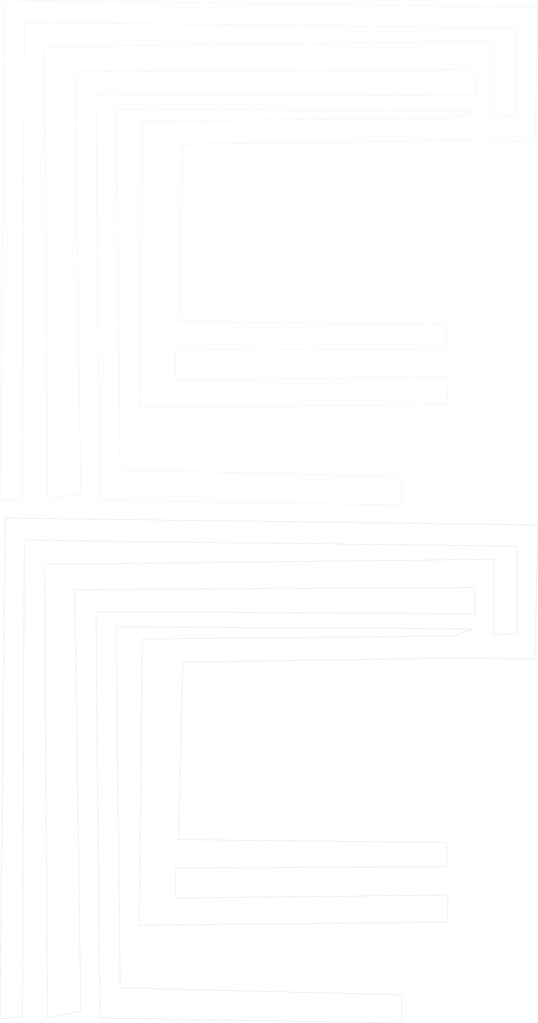
<source format=kicad_pcb>
(kicad_pcb (version 20221018) (generator pcbnew)

  (general
    (thickness 1.6)
  )

  (paper "A4")
  (layers
    (0 "F.Cu" signal)
    (31 "B.Cu" signal)
    (32 "B.Adhes" user "B.Adhesive")
    (33 "F.Adhes" user "F.Adhesive")
    (34 "B.Paste" user)
    (35 "F.Paste" user)
    (36 "B.SilkS" user "B.Silkscreen")
    (37 "F.SilkS" user "F.Silkscreen")
    (38 "B.Mask" user)
    (39 "F.Mask" user)
    (40 "Dwgs.User" user "User.Drawings")
    (41 "Cmts.User" user "User.Comments")
    (42 "Eco1.User" user "User.Eco1")
    (43 "Eco2.User" user "User.Eco2")
    (44 "Edge.Cuts" user)
    (45 "Margin" user)
    (46 "B.CrtYd" user "B.Courtyard")
    (47 "F.CrtYd" user "F.Courtyard")
    (48 "B.Fab" user)
    (49 "F.Fab" user)
    (50 "User.1" user)
    (51 "User.2" user)
    (52 "User.3" user)
    (53 "User.4" user)
    (54 "User.5" user)
    (55 "User.6" user)
    (56 "User.7" user)
    (57 "User.8" user)
    (58 "User.9" user)
  )

  (setup
    (stackup
      (layer "F.SilkS" (type "Top Silk Screen"))
      (layer "F.Paste" (type "Top Solder Paste"))
      (layer "F.Mask" (type "Top Solder Mask") (thickness 0.01))
      (layer "F.Cu" (type "copper") (thickness 0.035))
      (layer "dielectric 1" (type "core") (thickness 1.51) (material "FR4") (epsilon_r 4.5) (loss_tangent 0.02))
      (layer "B.Cu" (type "copper") (thickness 0.035))
      (layer "B.Mask" (type "Bottom Solder Mask") (thickness 0.01))
      (layer "B.Paste" (type "Bottom Solder Paste"))
      (layer "B.SilkS" (type "Bottom Silk Screen"))
      (layer "F.SilkS" (type "Top Silk Screen"))
      (layer "F.Paste" (type "Top Solder Paste"))
      (layer "F.Mask" (type "Top Solder Mask") (thickness 0.01))
      (layer "F.Cu" (type "copper") (thickness 0.035))
      (layer "dielectric 1" (type "core") (thickness 1.51) (material "FR4") (epsilon_r 4.5) (loss_tangent 0.02))
      (layer "B.Cu" (type "copper") (thickness 0.035))
      (layer "B.Mask" (type "Bottom Solder Mask") (thickness 0.01))
      (layer "B.Paste" (type "Bottom Solder Paste"))
      (layer "B.SilkS" (type "Bottom Silk Screen"))
      (layer "F.SilkS" (type "Top Silk Screen"))
      (layer "F.Paste" (type "Top Solder Paste"))
      (layer "F.Mask" (type "Top Solder Mask") (thickness 0.01))
      (layer "F.Cu" (type "copper") (thickness 0.035))
      (layer "dielectric 1" (type "core") (thickness 1.51) (material "FR4") (epsilon_r 4.5) (loss_tangent 0.02))
      (layer "B.Cu" (type "copper") (thickness 0.035))
      (layer "B.Mask" (type "Bottom Solder Mask") (thickness 0.01))
      (layer "B.Paste" (type "Bottom Solder Paste"))
      (layer "B.SilkS" (type "Bottom Silk Screen"))
      (layer "F.SilkS" (type "Top Silk Screen"))
      (layer "F.Paste" (type "Top Solder Paste"))
      (layer "F.Mask" (type "Top Solder Mask") (thickness 0.01))
      (layer "F.Cu" (type "copper") (thickness 0.035))
      (layer "dielectric 1" (type "core") (thickness 1.51) (material "FR4") (epsilon_r 4.5) (loss_tangent 0.02))
      (layer "B.Cu" (type "copper") (thickness 0.035))
      (layer "B.Mask" (type "Bottom Solder Mask") (thickness 0.01))
      (layer "B.Paste" (type "Bottom Solder Paste"))
      (layer "B.SilkS" (type "Bottom Silk Screen"))
      (copper_finish "None")
      (dielectric_constraints no)
    )
    (pad_to_mask_clearance 0)
    (pcbplotparams
      (layerselection 0x00010fc_ffffffff)
      (plot_on_all_layers_selection 0x0000000_00000000)
      (disableapertmacros false)
      (usegerberextensions false)
      (usegerberattributes true)
      (usegerberadvancedattributes true)
      (creategerberjobfile true)
      (dashed_line_dash_ratio 12.000000)
      (dashed_line_gap_ratio 3.000000)
      (svgprecision 4)
      (plotframeref false)
      (viasonmask false)
      (mode 1)
      (useauxorigin false)
      (hpglpennumber 1)
      (hpglpenspeed 20)
      (hpglpendiameter 15.000000)
      (dxfpolygonmode true)
      (dxfimperialunits true)
      (dxfusepcbnewfont true)
      (psnegative false)
      (psa4output false)
      (plotreference true)
      (plotvalue true)
      (plotinvisibletext false)
      (sketchpadsonfab false)
      (subtractmaskfromsilk false)
      (outputformat 1)
      (mirror false)
      (drillshape 1)
      (scaleselection 1)
      (outputdirectory "")
    )
  )

  (net 0 "")

  (gr_line (start 28.119937 337.93989) (end 26.099937 197.58989)
    (stroke (width 0.05) (type default)) (layer "Edge.Cuts") (tstamp 004431c0-8c43-4649-902f-9ff579dc77b8))
  (gr_line (start 134.889937 332.56989) (end 41.209937 330.21989)
    (stroke (width 0.05) (type default)) (layer "Edge.Cuts") (tstamp 024c0e66-d981-4205-af2f-3e24f2dd33e4))
  (gr_line (start 149.999937 289.92989) (end 149.659937 281.86989)
    (stroke (width 0.05) (type default)) (layer "Edge.Cuts") (tstamp 05e48597-b30a-401d-a656-b0ef07f94abf))
  (gr_line (start 180.219937 176.09989) (end 2.929937 173.74989)
    (stroke (width 0.05) (type default)) (layer "Edge.Cuts") (tstamp 063ac0f7-aa9c-4f1c-adf0-e7bb614c530f))
  (gr_line (start 60.679937 280.85989) (end 62.029937 221.76989)
    (stroke (width 0.05) (type default)) (layer "Edge.Cuts") (tstamp 072c6f4b-36d6-4558-a625-4b64d5a8060c))
  (gr_line (start 149.999937 135.88989) (end 150.329937 126.82989)
    (stroke (width 0.05) (type default)) (layer "Edge.Cuts") (tstamp 07af3409-7e29-47c8-83da-1cad6cc61579))
  (gr_line (start 2.929937 173.74989) (end 1.249937 340.62989)
    (stroke (width 0.05) (type default)) (layer "Edge.Cuts") (tstamp 0a26f07c-b539-411f-a76c-b37d1f49b94c))
  (gr_line (start 150.329937 299.32989) (end 59.679937 300.32989)
    (stroke (width 0.05) (type default)) (layer "Edge.Cuts") (tstamp 0bc97a61-5a79-483c-9aae-1a1820ac2cd7))
  (gr_line (start 150.329937 299.32989) (end 59.679937 300.32989)
    (stroke (width 0.05) (type default)) (layer "Edge.Cuts") (tstamp 0c912df4-0468-4fc9-93c7-2738eb4dd452))
  (gr_line (start 153.019937 220.41989) (end 179.209937 220.75989)
    (stroke (width 0.05) (type default)) (layer "Edge.Cuts") (tstamp 0cb940ab-6142-4b66-95aa-5b8ccdce324f))
  (gr_line (start 41.209937 330.21989) (end 39.869937 210.00989)
    (stroke (width 0.05) (type default)) (layer "Edge.Cuts") (tstamp 0d817926-949b-4e8b-9249-4d0f74886b48))
  (gr_line (start 39.869937 37.50989) (end 158.729937 38.18989)
    (stroke (width 0.05) (type default)) (layer "Edge.Cuts") (tstamp 0f07f821-67ef-4516-9eb9-485e40a6e0d4))
  (gr_line (start 59.679937 300.32989) (end 59.679937 290.25989)
    (stroke (width 0.05) (type default)) (layer "Edge.Cuts") (tstamp 0f0dad70-a9ff-4c1f-affe-6eb9c4e9e0fd))
  (gr_line (start 165.439937 212.69989) (end 165.439937 187.51989)
    (stroke (width 0.05) (type default)) (layer "Edge.Cuts") (tstamp 0f81d7ab-1b78-4f52-a3c6-6f8d90fd5d99))
  (gr_line (start 59.679937 290.25989) (end 149.999937 289.92989)
    (stroke (width 0.05) (type default)) (layer "Edge.Cuts") (tstamp 0fa9b363-8ddf-4870-9240-6514a847d375))
  (gr_line (start 153.019937 220.41989) (end 179.209937 220.75989)
    (stroke (width 0.05) (type default)) (layer "Edge.Cuts") (tstamp 15981e18-d772-4b28-9939-580269746dc9))
  (gr_line (start 48.599937 41.53989) (end 47.589937 136.89989)
    (stroke (width 0.05) (type default)) (layer "Edge.Cuts") (tstamp 1abc8b97-917d-4396-8d6b-495e3473c2f1))
  (gr_line (start 33.149937 32.47989) (end 34.489937 167.78989)
    (stroke (width 0.05) (type default)) (layer "Edge.Cuts") (tstamp 1af97b87-6d09-4bd1-a214-fef1a0cb6e1e))
  (gr_line (start 26.099937 197.58989) (end 159.059937 196.91989)
    (stroke (width 0.05) (type default)) (layer "Edge.Cuts") (tstamp 1d944660-f49a-42d5-b946-6ff1cb9a8722))
  (gr_line (start 16.029937 189.19989) (end 17.039937 340.28989)
    (stroke (width 0.05) (type default)) (layer "Edge.Cuts") (tstamp 1fad8886-95a9-4a6c-9b27-1439ffef10ce))
  (gr_line (start 39.869937 210.00989) (end 158.729937 210.68989)
    (stroke (width 0.05) (type default)) (layer "Edge.Cuts") (tstamp 20aefbb2-9937-4c93-9614-831e188a07bf))
  (gr_line (start 152.349937 213.03989) (end 48.599937 214.03989)
    (stroke (width 0.05) (type default)) (layer "Edge.Cuts") (tstamp 21c162c1-60c7-4413-b683-7bbfe2ceeecf))
  (gr_line (start 33.149937 204.97989) (end 34.489937 340.28989)
    (stroke (width 0.05) (type default)) (layer "Edge.Cuts") (tstamp 24300107-f707-486a-8996-7247292d80b3))
  (gr_line (start 150.329937 299.32989) (end 59.679937 300.32989)
    (stroke (width 0.05) (type default)) (layer "Edge.Cuts") (tstamp 25b74153-7831-4d4d-98d2-faede1eec121))
  (gr_line (start 134.889937 341.96989) (end 134.889937 332.56989)
    (stroke (width 0.05) (type default)) (layer "Edge.Cuts") (tstamp 2679902c-f998-493b-9ef7-166a7c76f2c0))
  (gr_line (start 153.019937 220.41989) (end 179.209937 220.75989)
    (stroke (width 0.05) (type default)) (layer "Edge.Cuts") (tstamp 27185391-72d4-4ac4-a702-30a84d6da8df))
  (gr_line (start 149.999937 117.42989) (end 149.659937 109.36989)
    (stroke (width 0.05) (type default)) (layer "Edge.Cuts") (tstamp 27c43812-28c3-415b-93f5-2f5b5baa5993))
  (gr_line (start 149.659937 281.86989) (end 60.679937 280.85989)
    (stroke (width 0.05) (type default)) (layer "Edge.Cuts") (tstamp 28965ce6-b489-4672-9579-f4123d9a7bb2))
  (gr_line (start 59.679937 300.32989) (end 59.679937 290.25989)
    (stroke (width 0.05) (type default)) (layer "Edge.Cuts") (tstamp 297008bc-6cdc-48e8-88d9-26bf8e904dc6))
  (gr_line (start 150.329937 126.82989) (end 59.679937 127.82989)
    (stroke (width 0.05) (type default)) (layer "Edge.Cuts") (tstamp 2b5f462a-8b25-4bec-911c-e29f2b5367ea))
  (gr_line (start 2.929937 1.24989) (end 1.249937 168.12989)
    (stroke (width 0.05) (type default)) (layer "Edge.Cuts") (tstamp 2b76c439-e6e1-4381-8e12-4fcc3c46d5fc))
  (gr_line (start 159.059937 196.91989) (end 159.399937 205.64989)
    (stroke (width 0.05) (type default)) (layer "Edge.Cuts") (tstamp 2c9eb86d-0d38-46b7-9f40-40ef498ad0f7))
  (gr_line (start 28.119937 337.93989) (end 26.099937 197.58989)
    (stroke (width 0.05) (type default)) (layer "Edge.Cuts") (tstamp 2f48e89f-cc48-466e-94de-8a9db2221e1e))
  (gr_line (start 173.159937 212.35989) (end 165.439937 212.69989)
    (stroke (width 0.05) (type default)) (layer "Edge.Cuts") (tstamp 3265cb05-c30c-4f80-a42b-eec7c3146f36))
  (gr_line (start 134.889937 169.46989) (end 134.889937 160.06989)
    (stroke (width 0.05) (type default)) (layer "Edge.Cuts") (tstamp 327242e0-2d2a-407f-bb56-b08f1d38f9e1))
  (gr_line (start 26.099937 197.58989) (end 159.059937 196.91989)
    (stroke (width 0.05) (type default)) (layer "Edge.Cuts") (tstamp 33f8928c-04d3-47dc-a568-c086c071437b))
  (gr_line (start 134.889937 341.96989) (end 134.889937 332.56989)
    (stroke (width 0.05) (type default)) (layer "Edge.Cuts") (tstamp 35fa0cee-4dab-4499-ab8d-773fb006946f))
  (gr_line (start 152.349937 213.03989) (end 48.599937 214.03989)
    (stroke (width 0.05) (type default)) (layer "Edge.Cuts") (tstamp 369b6b17-c53f-46be-bf85-0e3ab6ea16f0))
  (gr_line (start 134.889937 332.56989) (end 41.209937 330.21989)
    (stroke (width 0.05) (type default)) (layer "Edge.Cuts") (tstamp 36da7e13-acab-4503-a1e5-97584a899d77))
  (gr_line (start 47.589937 309.39989) (end 149.999937 308.38989)
    (stroke (width 0.05) (type default)) (layer "Edge.Cuts") (tstamp 3a6a3a65-b221-45d2-bea1-54d7cf77e599))
  (gr_line (start 159.059937 196.91989) (end 159.399937 205.64989)
    (stroke (width 0.05) (type default)) (layer "Edge.Cuts") (tstamp 3a7d681e-0926-4be8-a180-3c9ce46e998f))
  (gr_line (start 165.439937 212.69989) (end 165.439937 187.51989)
    (stroke (width 0.05) (type default)) (layer "Edge.Cuts") (tstamp 3bd78bdb-9f87-4899-a6c3-401a8619433f))
  (gr_line (start 149.999937 289.92989) (end 149.659937 281.86989)
    (stroke (width 0.05) (type default)) (layer "Edge.Cuts") (tstamp 3e155d6f-28b3-484e-856b-6c6aba470130))
  (gr_line (start 165.439937 187.51989) (end 16.029937 189.19989)
    (stroke (width 0.05) (type default)) (layer "Edge.Cuts") (tstamp 3fdb9249-df29-4c3c-bb30-536ed556d238))
  (gr_line (start 48.599937 214.03989) (end 47.589937 309.39989)
    (stroke (width 0.05) (type default)) (layer "Edge.Cuts") (tstamp 42a99653-e796-45a7-8d97-10650ea6b6b6))
  (gr_line (start 47.589937 309.39989) (end 149.999937 308.38989)
    (stroke (width 0.05) (type default)) (layer "Edge.Cuts") (tstamp 441865ee-795a-4a15-8820-431759d98670))
  (gr_line (start 17.039937 340.28989) (end 28.119937 337.93989)
    (stroke (width 0.05) (type default)) (layer "Edge.Cuts") (tstamp 49483f34-8394-48d5-bfbe-a1921b27102e))
  (gr_line (start 173.159937 10.64989) (end 173.159937 39.85989)
    (stroke (width 0.05) (type default)) (layer "Edge.Cuts") (tstamp 49aff631-3ff0-4711-9308-fa8dc341b50d))
  (gr_line (start 152.349937 213.03989) (end 48.599937 214.03989)
    (stroke (width 0.05) (type default)) (layer "Edge.Cuts") (tstamp 4adaff8b-3386-405a-b62e-772017de0daa))
  (gr_line (start 165.439937 187.51989) (end 16.029937 189.19989)
    (stroke (width 0.05) (type default)) (layer "Edge.Cuts") (tstamp 4de9e211-71d1-4d1b-b013-f2b973a18572))
  (gr_line (start 134.889937 341.96989) (end 134.889937 332.56989)
    (stroke (width 0.05) (type default)) (layer "Edge.Cuts") (tstamp 4e645f8b-cea7-4de1-a454-9a1aecb5c117))
  (gr_line (start 17.039937 340.28989) (end 28.119937 337.93989)
    (stroke (width 0.05) (type default)) (layer "Edge.Cuts") (tstamp 4e97cd53-2657-4249-86d8-1d1bd2640259))
  (gr_line (start 39.869937 210.00989) (end 158.729937 210.68989)
    (stroke (width 0.05) (type default)) (layer "Edge.Cuts") (tstamp 51f82c1f-c121-47e6-9c47-88eb6fc903cd))
  (gr_line (start 165.439937 212.69989) (end 165.439937 187.51989)
    (stroke (width 0.05) (type default)) (layer "Edge.Cuts") (tstamp 52dbfbb6-5a91-4612-9a33-a6821646d6a6))
  (gr_line (start 159.059937 196.91989) (end 159.399937 205.64989)
    (stroke (width 0.05) (type default)) (layer "Edge.Cuts") (tstamp 541ca56f-68b0-4f43-9946-56ceae86ed22))
  (gr_line (start 158.729937 210.68989) (end 152.349937 213.03989)
    (stroke (width 0.05) (type default)) (layer "Edge.Cuts") (tstamp 55d22c07-2c8f-4a72-9c13-9391b758885d))
  (gr_line (start 173.159937 212.35989) (end 165.439937 212.69989)
    (stroke (width 0.05) (type default)) (layer "Edge.Cuts") (tstamp 5883e797-e73e-4561-9ac2-ef57e8f10d46))
  (gr_line (start 48.599937 214.03989) (end 47.589937 309.39989)
    (stroke (width 0.05) (type default)) (layer "Edge.Cuts") (tstamp 5b75befe-62ca-4658-b881-05edbe273af3))
  (gr_line (start 179.209937 220.75989) (end 180.219937 176.09989)
    (stroke (width 0.05) (type default)) (layer "Edge.Cuts") (tstamp 5c41e98b-c845-43a9-a406-a615eb23b3d7))
  (gr_line (start 39.869937 210.00989) (end 158.729937 210.68989)
    (stroke (width 0.05) (type default)) (layer "Edge.Cuts") (tstamp 5e1d4cdb-90be-4437-9633-3be08c643043))
  (gr_line (start 26.099937 25.08989) (end 159.059937 24.41989)
    (stroke (width 0.05) (type default)) (layer "Edge.Cuts") (tstamp 628e95fd-237f-4fb4-b9a7-5157c56c0083))
  (gr_line (start 59.679937 117.75989) (end 149.999937 117.42989)
    (stroke (width 0.05) (type default)) (layer "Edge.Cuts") (tstamp 641528ca-a90e-4417-aeca-0767133d16aa))
  (gr_line (start 158.729937 210.68989) (end 152.349937 213.03989)
    (stroke (width 0.05) (type default)) (layer "Edge.Cuts") (tstamp 6452ae78-3ce0-44df-97b9-6724c247cb9d))
  (gr_line (start 1.249937 340.62989) (end 8.639937 339.94989)
    (stroke (width 0.05) (type default)) (layer "Edge.Cuts") (tstamp 68a958b3-8496-43e0-9b1d-b927b492f89a))
  (gr_line (start 149.999937 308.38989) (end 150.329937 299.32989)
    (stroke (width 0.05) (type default)) (layer "Edge.Cuts") (tstamp 69264fdf-174c-4301-9a1f-fa4a29a1e241))
  (gr_line (start 159.399937 205.64989) (end 33.149937 204.97989)
    (stroke (width 0.05) (type default)) (layer "Edge.Cuts") (tstamp 698ccafb-718c-45dc-b81b-313f256b0e18))
  (gr_line (start 17.039937 167.78989) (end 28.119937 165.43989)
    (stroke (width 0.05) (type default)) (layer "Edge.Cuts") (tstamp 69df7a79-436b-4e44-8988-fef2a5b92e78))
  (gr_line (start 60.679937 108.35989) (end 62.029937 49.26989)
    (stroke (width 0.05) (type default)) (layer "Edge.Cuts") (tstamp 6b4ff3f1-60d5-4555-a73c-6aaf26280637))
  (gr_line (start 60.679937 280.85989) (end 62.029937 221.76989)
    (stroke (width 0.05) (type default)) (layer "Edge.Cuts") (tstamp 6f10ceb8-b4ad-4884-b15c-c25b4df2a159))
  (gr_line (start 16.029937 189.19989) (end 17.039937 340.28989)
    (stroke (width 0.05) (type default)) (layer "Edge.Cuts") (tstamp 6f65c484-ef26-4fc7-bd88-00a472b35a4c))
  (gr_line (start 8.639937 167.44989) (end 9.309937 8.63989)
    (stroke (width 0.05) (type default)) (layer "Edge.Cuts") (tstamp 723b90e2-206c-4722-aba8-78895a34952d))
  (gr_line (start 47.589937 309.39989) (end 149.999937 308.38989)
    (stroke (width 0.05) (type default)) (layer "Edge.Cuts") (tstamp 74e6e718-dffc-4f51-9d1d-eaa46d394ea7))
  (gr_line (start 165.439937 187.51989) (end 16.029937 189.19989)
    (stroke (width 0.05) (type default)) (layer "Edge.Cuts") (tstamp 7897b5d7-c209-4365-b227-d6dd173b745a))
  (gr_line (start 179.209937 220.75989) (end 180.219937 176.09989)
    (stroke (width 0.05) (type default)) (layer "Edge.Cuts") (tstamp 79bf3133-0685-480c-932c-f99fdf0ba03c))
  (gr_line (start 173.159937 183.14989) (end 173.159937 212.35989)
    (stroke (width 0.05) (type default)) (layer "Edge.Cuts") (tstamp 7dc24e99-44d0-4c94-834d-d64989f9ec27))
  (gr_line (start 26.099937 197.58989) (end 159.059937 196.91989)
    (stroke (width 0.05) (type default)) (layer "Edge.Cuts") (tstamp 7e29301e-ff67-4ce4-b7f1-cda812e89051))
  (gr_line (start 41.209937 330.21989) (end 39.869937 210.00989)
    (stroke (width 0.05) (type default)) (layer "Edge.Cuts") (tstamp 8410e096-c8c9-4123-a278-87c971c09136))
  (gr_line (start 159.059937 24.41989) (end 159.399937 33.14989)
    (stroke (width 0.05) (type default)) (layer "Edge.Cuts") (tstamp 87dd2733-bf29-466a-a3f6-606865fcd9e5))
  (gr_line (start 28.119937 165.43989) (end 26.099937 25.08989)
    (stroke (width 0.05) (type default)) (layer "Edge.Cuts") (tstamp 8838af36-2d4d-49d8-81db-58f2aa24d308))
  (gr_line (start 173.159937 183.14989) (end 173.159937 212.35989)
    (stroke (width 0.05) (type default)) (layer "Edge.Cuts") (tstamp 8bfe67c6-7825-48f6-b9ec-76359d54f391))
  (gr_line (start 9.309937 8.63989) (end 173.159937 10.64989)
    (stroke (width 0.05) (type default)) (layer "Edge.Cuts") (tstamp 96010eaa-4ef1-49db-ad12-e6149e4a7ff6))
  (gr_line (start 8.639937 339.94989) (end 9.309937 181.13989)
    (stroke (width 0.05) (type default)) (layer "Edge.Cuts") (tstamp 9613db9d-4c25-4549-9fd1-378f1b2fc5b7))
  (gr_line (start 59.679937 127.82989) (end 59.679937 117.75989)
    (stroke (width 0.05) (type default)) (layer "Edge.Cuts") (tstamp 99dc226f-d16a-4a3b-8dfc-17a12dd6cc92))
  (gr_line (start 134.889937 160.06989) (end 41.209937 157.71989)
    (stroke (width 0.05) (type default)) (layer "Edge.Cuts") (tstamp 9d9836ab-af15-4039-92f1-e3f8a9dc5a99))
  (gr_line (start 159.399937 205.64989) (end 33.149937 204.97989)
    (stroke (width 0.05) (type default)) (layer "Edge.Cuts") (tstamp 9f702841-450f-4ba4-bd06-0ebe526b88e6))
  (gr_line (start 34.489937 340.28989) (end 134.889937 341.96989)
    (stroke (width 0.05) (type default)) (layer "Edge.Cuts") (tstamp a324cd5d-03f8-457b-838f-18a63099d0d5))
  (gr_line (start 180.219937 3.59989) (end 2.929937 1.24989)
    (stroke (width 0.05) (type default)) (layer "Edge.Cuts") (tstamp a5547262-067b-42a7-b1b7-e11a8288216c))
  (gr_line (start 1.249937 340.62989) (end 8.639937 339.94989)
    (stroke (width 0.05) (type default)) (layer "Edge.Cuts") (tstamp a5dd25e3-078f-4b99-9497-543f286f8410))
  (gr_line (start 9.309937 181.13989) (end 173.159937 183.14989)
    (stroke (width 0.05) (type default)) (layer "Edge.Cuts") (tstamp a6cc6db4-5b75-4c3a-bbcb-3f143ea03d34))
  (gr_line (start 16.029937 16.69989) (end 17.039937 167.78989)
    (stroke (width 0.05) (type default)) (layer "Edge.Cuts") (tstamp a96d5720-d27e-4a18-9be5-3c69c52bc0c7))
  (gr_line (start 149.999937 289.92989) (end 149.659937 281.86989)
    (stroke (width 0.05) (type default)) (layer "Edge.Cuts") (tstamp ab221601-f20b-4ec9-b2f1-fe243c348862))
  (gr_line (start 8.639937 339.94989) (end 9.309937 181.13989)
    (stroke (width 0.05) (type default)) (layer "Edge.Cuts") (tstamp ab46d02b-8b17-4bb3-87b9-6ce3ad24ddbf))
  (gr_line (start 159.399937 33.14989) (end 33.149937 32.47989)
    (stroke (width 0.05) (type default)) (layer "Edge.Cuts") (tstamp ad5d186d-2e28-4486-a19d-10c2ae4a5423))
  (gr_line (start 180.219937 176.09989) (end 2.929937 173.74989)
    (stroke (width 0.05) (type default)) (layer "Edge.Cuts") (tstamp b07dfd24-da31-47a1-8294-753778a0475e))
  (gr_line (start 62.029937 221.76989) (end 153.019937 220.41989)
    (stroke (width 0.05) (type default)) (layer "Edge.Cuts") (tstamp b3da8c50-cf80-48db-a388-d9a477d2072d))
  (gr_line (start 173.159937 212.35989) (end 165.439937 212.69989)
    (stroke (width 0.05) (type default)) (layer "Edge.Cuts") (tstamp b47d1c03-5942-4685-94d7-52f9e8274294))
  (gr_line (start 152.349937 40.53989) (end 48.599937 41.53989)
    (stroke (width 0.05) (type default)) (layer "Edge.Cuts") (tstamp b52cd317-92b4-4368-8530-68122f429530))
  (gr_line (start 159.399937 205.64989) (end 33.149937 204.97989)
    (stroke (width 0.05) (type default)) (layer "Edge.Cuts") (tstamp b5393e21-a163-4927-ae6b-c39f4aab7964))
  (gr_line (start 62.029937 49.26989) (end 153.019937 47.91989)
    (stroke (width 0.05) (type default)) (layer "Edge.Cuts") (tstamp b67509f7-f068-481a-8ea2-dfa1338f0dc1))
  (gr_line (start 153.019937 47.91989) (end 179.209937 48.25989)
    (stroke (width 0.05) (type default)) (layer "Edge.Cuts") (tstamp b6d9cdf0-6425-4552-ad56-2b1434c3266e))
  (gr_line (start 41.209937 330.21989) (end 39.869937 210.00989)
    (stroke (width 0.05) (type default)) (layer "Edge.Cuts") (tstamp b8350d8e-a570-4a0d-8fa1-b2aa0c7079ef))
  (gr_line (start 33.149937 204.97989) (end 34.489937 340.28989)
    (stroke (width 0.05) (type default)) (layer "Edge.Cuts") (tstamp b8f9053d-860c-4afa-8aa7-92a3621c22d7))
  (gr_line (start 2.929937 173.74989) (end 1.249937 340.62989)
    (stroke (width 0.05) (type default)) (layer "Edge.Cuts") (tstamp ba088c4f-7a78-4768-95c5-7216e18b93a5))
  (gr_line (start 28.119937 337.93989) (end 26.099937 197.58989)
    (stroke (width 0.05) (type default)) (layer "Edge.Cuts") (tstamp ba4eb369-c191-4940-a6d5-4f40dfb6adf9))
  (gr_line (start 62.029937 221.76989) (end 153.019937 220.41989)
    (stroke (width 0.05) (type default)) (layer "Edge.Cuts") (tstamp bcc5027e-acc9-42cc-b514-b41b1a44c9b3))
  (gr_line (start 16.029937 189.19989) (end 17.039937 340.28989)
    (stroke (width 0.05) (type default)) (layer "Edge.Cuts") (tstamp bcf9d069-149f-4b13-93ca-6ba763ad9332))
  (gr_line (start 34.489937 340.28989) (end 134.889937 341.96989)
    (stroke (width 0.05) (type default)) (layer "Edge.Cuts") (tstamp be67450d-065b-4b4d-b829-2f180457a7f7))
  (gr_line (start 17.039937 340.28989) (end 28.119937 337.93989)
    (stroke (width 0.05) (type default)) (layer "Edge.Cuts") (tstamp be7fc0ef-fb71-41b2-8628-d5508e6ee1a3))
  (gr_line (start 149.999937 308.38989) (end 150.329937 299.32989)
    (stroke (width 0.05) (type default)) (layer "Edge.Cuts") (tstamp bf2d562c-e121-4359-9a49-03eb7c42490d))
  (gr_line (start 149.999937 308.38989) (end 150.329937 299.32989)
    (stroke (width 0.05) (type default)) (layer "Edge.Cuts") (tstamp c0bfc862-9da6-4393-8992-70d2392ee882))
  (gr_line (start 9.309937 181.13989) (end 173.159937 183.14989)
    (stroke (width 0.05) (type default)) (layer "Edge.Cuts") (tstamp c2e8d910-8b38-4c6b-9363-cd0323df888f))
  (gr_line (start 59.679937 290.25989) (end 149.999937 289.92989)
    (stroke (width 0.05) (type default)) (layer "Edge.Cuts") (tstamp c6699ce4-81dc-4ef0-b311-b6e844bd5b8c))
  (gr_line (start 8.639937 339.94989) (end 9.309937 181.13989)
    (stroke (width 0.05) (type default)) (layer "Edge.Cuts") (tstamp c6f98041-f238-47fe-bd29-1a302eb545d0))
  (gr_line (start 59.679937 300.32989) (end 59.679937 290.25989)
    (stroke (width 0.05) (type default)) (layer "Edge.Cuts") (tstamp cb533fae-4574-41b2-9603-86a5cb609b79))
  (gr_line (start 165.439937 40.19989) (end 165.439937 15.01989)
    (stroke (width 0.05) (type default)) (layer "Edge.Cuts") (tstamp cd3d18a2-7b9f-4b01-bca7-74b5a2e0ecb2))
  (gr_line (start 173.159937 39.85989) (end 165.439937 40.19989)
    (stroke (width 0.05) (type default)) (layer "Edge.Cuts") (tstamp cf63c9c1-c3c7-4b94-9953-86c45dafb9e1))
  (gr_line (start 1.249937 168.12989) (end 8.639937 167.44989)
    (stroke (width 0.05) (type default)) (layer "Edge.Cuts") (tstamp d183d9ee-3465-43c3-ab4f-510ace424ad9))
  (gr_line (start 9.309937 181.13989) (end 173.159937 183.14989)
    (stroke (width 0.05) (type default)) (layer "Edge.Cuts") (tstamp d6c35b70-9f9f-4fb6-8c42-b429dee1cdb6))
  (gr_line (start 48.599937 214.03989) (end 47.589937 309.39989)
    (stroke (width 0.05) (type default)) (layer "Edge.Cuts") (tstamp d7c328c8-96ae-4707-8c24-f7ce7a6d37c2))
  (gr_line (start 158.729937 210.68989) (end 152.349937 213.03989)
    (stroke (width 0.05) (type default)) (layer "Edge.Cuts") (tstamp db660d86-79f0-458f-bf23-b0488c040006))
  (gr_line (start 149.659937 281.86989) (end 60.679937 280.85989)
    (stroke (width 0.05) (type default)) (layer "Edge.Cuts") (tstamp dd914e9e-d38d-489b-b18e-2c5ee86d9fba))
  (gr_line (start 41.209937 157.71989) (end 39.869937 37.50989)
    (stroke (width 0.05) (type default)) (layer "Edge.Cuts") (tstamp def7f704-f267-4b59-8c47-15ef35e71665))
  (gr_line (start 179.209937 48.25989) (end 180.219937 3.59989)
    (stroke (width 0.05) (type default)) (layer "Edge.Cuts") (tstamp e56202a3-4835-447b-837e-abe7c852a959))
  (gr_line (start 2.929937 173.74989) (end 1.249937 340.62989)
    (stroke (width 0.05) (type default)) (layer "Edge.Cuts") (tstamp e6a7d188-6fc2-4d2e-862e-4210eeb01da1))
  (gr_line (start 165.439937 15.01989) (end 16.029937 16.69989)
    (stroke (width 0.05) (type default)) (layer "Edge.Cuts") (tstamp e774e033-9aef-4829-a989-d7af822cb66a))
  (gr_line (start 180.219937 176.09989) (end 2.929937 173.74989)
    (stroke (width 0.05) (type default)) (layer "Edge.Cuts") (tstamp e8eb8c75-bd45-4f32-8449-56fa550a94fe))
  (gr_line (start 1.249937 340.62989) (end 8.639937 339.94989)
    (stroke (width 0.05) (type default)) (layer "Edge.Cuts") (tstamp eb525d77-bb2e-4a0a-8ea0-02ab9d6ac97a))
  (gr_line (start 173.159937 183.14989) (end 173.159937 212.35989)
    (stroke (width 0.05) (type default)) (layer "Edge.Cuts") (tstamp ec57eb64-c0d8-4f37-8a7e-953e9a9f4adb))
  (gr_line (start 158.729937 38.18989) (end 152.349937 40.53989)
    (stroke (width 0.05) (type default)) (layer "Edge.Cuts") (tstamp ed51bfa3-d7d6-403e-90e6-fd3e83e8bc32))
  (gr_line (start 62.029937 221.76989) (end 153.019937 220.41989)
    (stroke (width 0.05) (type default)) (layer "Edge.Cuts") (tstamp f0e97c5f-3109-4b6f-8474-b7d39deda1fe))
  (gr_line (start 149.659937 281.86989) (end 60.679937 280.85989)
    (stroke (width 0.05) (type default)) (layer "Edge.Cuts") (tstamp f16c58df-ae02-40b1-9384-a54e9411b5b6))
  (gr_line (start 60.679937 280.85989) (end 62.029937 221.76989)
    (stroke (width 0.05) (type default)) (layer "Edge.Cuts") (tstamp f2bcc4fa-7fc5-4b7e-bc87-b5036c844082))
  (gr_line (start 149.659937 109.36989) (end 60.679937 108.35989)
    (stroke (width 0.05) (type default)) (layer "Edge.Cuts") (tstamp f3d4016b-dd6c-4e19-a643-1bf6222d93ab))
  (gr_line (start 179.209937 220.75989) (end 180.219937 176.09989)
    (stroke (width 0.05) (type default)) (layer "Edge.Cuts") (tstamp f408529a-a12e-4bbd-bd41-e69e10d61787))
  (gr_line (start 59.679937 290.25989) (end 149.999937 289.92989)
    (stroke (width 0.05) (type default)) (layer "Edge.Cuts") (tstamp f5e08d16-5d86-4088-9203-a22f0d571f7f))
  (gr_line (start 34.489937 340.28989) (end 134.889937 341.96989)
    (stroke (width 0.05) (type default)) (layer "Edge.Cuts") (tstamp f6e8dcd7-4ad7-42be-8835-7a8dcbccd921))
  (gr_line (start 33.149937 204.97989) (end 34.489937 340.28989)
    (stroke (width 0.05) (type default)) (layer "Edge.Cuts") (tstamp fac02841-e589-4caa-b277-326575df63d3))
  (gr_line (start 134.889937 332.56989) (end 41.209937 330.21989)
    (stroke (width 0.05) (type default)) (layer "Edge.Cuts") (tstamp fbf37f73-067f-4634-a696-c24ae106ec59))
  (gr_line (start 34.489937 167.78989) (end 134.889937 169.46989)
    (stroke (width 0.05) (type default)) (layer "Edge.Cuts") (tstamp fd9a5bd9-0657-4a89-95e9-625ebfb24b55))
  (gr_line (start 47.589937 136.89989) (end 149.999937 135.88989)
    (stroke (width 0.05) (type default)) (layer "Edge.Cuts") (tstamp ffa74665-152f-4624-ab2b-ad882f9b4bc5))

)

</source>
